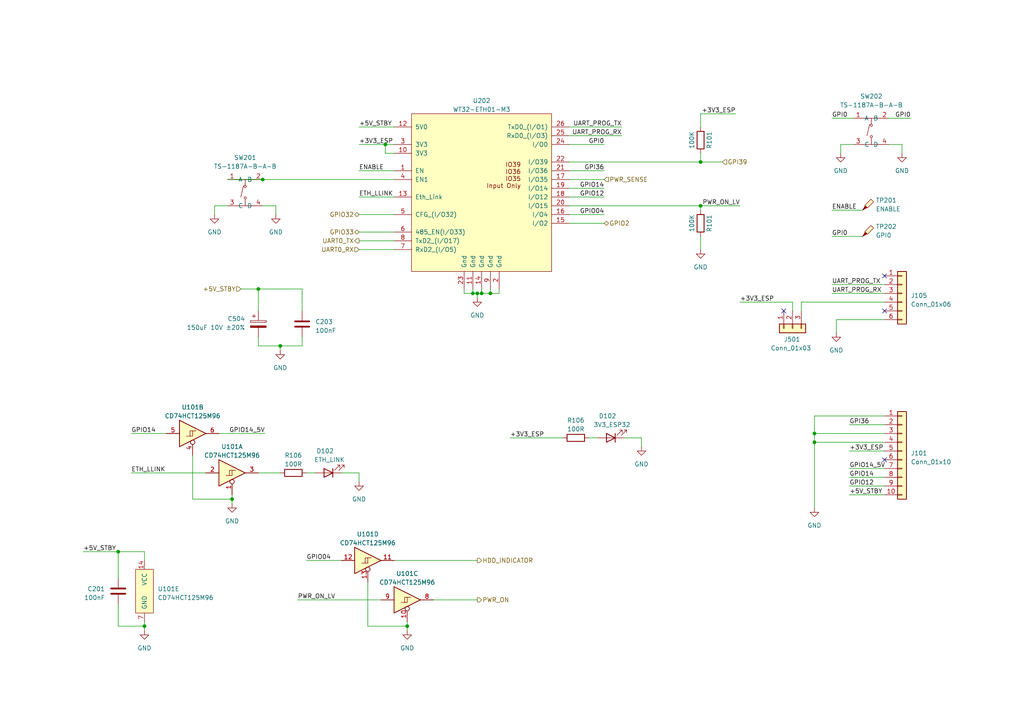
<source format=kicad_sch>
(kicad_sch (version 20230121) (generator eeschema)
  (paper "A4")
  (title_block (title "ODROID H3(+) mITX adapter") (date "2023-08-13") (rev "1.1.0"))
  (lib_symbols
    (symbol "Connector:TestPoint_Probe" (pin_numbers hide) (pin_names (offset 0.762) hide)
      (property "Reference" "TP" (at 1.651 5.842 0))
      (property "Value" "TestPoint_Probe" (at 1.651 4.064 0))
      (symbol "TestPoint_Probe_0_1"
        (polyline (pts (xy 1.27 0.762) (xy 0 0) (xy 0.762 1.27) (xy 1.27 0.762)) (fill (type outline)))
        (polyline (pts (xy 1.397 0.635) (xy 0.635 1.397) (xy 2.413 3.175) (xy 3.175 2.413) (xy 1.397 0.635)) (fill (type background)))
      )
      (symbol "TestPoint_Probe_1_1"
        (pin passive line (at 0 0 90) (length 0) (name "1") (number "1"))
      )
    )
    (symbol "Connector_Generic:Conn_01x06" (pin_names (offset 1.016) hide)
      (property "Reference" "J" (at 0 7.62 0))
      (property "Value" "Conn_01x06" (at 0 -10.16 0))
      (symbol "Conn_01x06_1_1"
        (rectangle (start -1.27 -7.493) (end 0 -7.747) (stroke (width 0.1524)))
        (rectangle (start -1.27 -4.953) (end 0 -5.207) (stroke (width 0.1524)))
        (rectangle (start -1.27 -2.413) (end 0 -2.667) (stroke (width 0.1524)))
        (rectangle (start -1.27 0.127) (end 0 -0.127) (stroke (width 0.1524)))
        (rectangle (start -1.27 2.667) (end 0 2.413) (stroke (width 0.1524)))
        (rectangle (start -1.27 5.207) (end 0 4.953) (stroke (width 0.1524)))
        (rectangle (start -1.27 6.35) (end 1.27 -8.89) (stroke (width 0.254)) (fill (type background)))
        (pin passive line (at -5.08 5.08 0) (length 3.81) (name "Pin_1") (number "1"))
        (pin passive line (at -5.08 2.54 0) (length 3.81) (name "Pin_2") (number "2"))
        (pin passive line (at -5.08 0 0) (length 3.81) (name "Pin_3") (number "3"))
        (pin passive line (at -5.08 -2.54 0) (length 3.81) (name "Pin_4") (number "4"))
        (pin passive line (at -5.08 -5.08 0) (length 3.81) (name "Pin_5") (number "5"))
        (pin passive line (at -5.08 -7.62 0) (length 3.81) (name "Pin_6") (number "6"))
      )
    )
    (symbol "Connector_Generic:Conn_01x10" (pin_names (offset 1.016) hide)
      (property "Reference" "J" (at 0 12.7 0))
      (property "Value" "Conn_01x10" (at 0 -15.24 0))
      (symbol "Conn_01x10_1_1"
        (rectangle (start -1.27 -12.573) (end 0 -12.827) (stroke (width 0.1524)))
        (rectangle (start -1.27 -10.033) (end 0 -10.287) (stroke (width 0.1524)))
        (rectangle (start -1.27 -7.493) (end 0 -7.747) (stroke (width 0.1524)))
        (rectangle (start -1.27 -4.953) (end 0 -5.207) (stroke (width 0.1524)))
        (rectangle (start -1.27 -2.413) (end 0 -2.667) (stroke (width 0.1524)))
        (rectangle (start -1.27 0.127) (end 0 -0.127) (stroke (width 0.1524)))
        (rectangle (start -1.27 2.667) (end 0 2.413) (stroke (width 0.1524)))
        (rectangle (start -1.27 5.207) (end 0 4.953) (stroke (width 0.1524)))
        (rectangle (start -1.27 7.747) (end 0 7.493) (stroke (width 0.1524)))
        (rectangle (start -1.27 10.287) (end 0 10.033) (stroke (width 0.1524)))
        (rectangle (start -1.27 11.43) (end 1.27 -13.97) (stroke (width 0.254)) (fill (type background)))
        (pin passive line (at -5.08 10.16 0) (length 3.81) (name "Pin_1") (number "1"))
        (pin passive line (at -5.08 -12.7 0) (length 3.81) (name "Pin_10") (number "10"))
        (pin passive line (at -5.08 7.62 0) (length 3.81) (name "Pin_2") (number "2"))
        (pin passive line (at -5.08 5.08 0) (length 3.81) (name "Pin_3") (number "3"))
        (pin passive line (at -5.08 2.54 0) (length 3.81) (name "Pin_4") (number "4"))
        (pin passive line (at -5.08 0 0) (length 3.81) (name "Pin_5") (number "5"))
        (pin passive line (at -5.08 -2.54 0) (length 3.81) (name "Pin_6") (number "6"))
        (pin passive line (at -5.08 -5.08 0) (length 3.81) (name "Pin_7") (number "7"))
        (pin passive line (at -5.08 -7.62 0) (length 3.81) (name "Pin_8") (number "8"))
        (pin passive line (at -5.08 -10.16 0) (length 3.81) (name "Pin_9") (number "9"))
      )
    )
    (symbol "Device:C" (pin_numbers hide) (pin_names (offset 0.254))
      (property "Reference" "C" (at 0.635 2.54 0))
      (property "Value" "C" (at 0.635 -2.54 0))
      (symbol "C_0_1"
        (polyline (pts (xy -2.032 -0.762) (xy 2.032 -0.762)) (stroke (width 0.508)))
        (polyline (pts (xy -2.032 0.762) (xy 2.032 0.762)) (stroke (width 0.508)))
      )
      (symbol "C_1_1"
        (pin passive line (at 0 3.81 270) (length 2.794) (name "~") (number "1"))
        (pin passive line (at 0 -3.81 90) (length 2.794) (name "~") (number "2"))
      )
    )
    (symbol "Device:C_Polarized" (pin_numbers hide) (pin_names (offset 0.254))
      (property "Reference" "C" (at 0.635 2.54 0))
      (property "Value" "C_Polarized" (at 0.635 -2.54 0))
      (symbol "C_Polarized_0_1"
        (rectangle (start -2.286 0.508) (end 2.286 1.016))
        (polyline (pts (xy -1.778 2.286) (xy -0.762 2.286)))
        (polyline (pts (xy -1.27 2.794) (xy -1.27 1.778)))
        (rectangle (start 2.286 -0.508) (end -2.286 -1.016) (fill (type outline)))
      )
      (symbol "C_Polarized_1_1"
        (pin passive line (at 0 3.81 270) (length 2.794) (name "~") (number "1"))
        (pin passive line (at 0 -3.81 90) (length 2.794) (name "~") (number "2"))
      )
    )
    (symbol "Device:LED" (pin_numbers hide) (pin_names (offset 1.016) hide)
      (property "Reference" "D" (at 0 2.54 0))
      (property "Value" "LED" (at 0 -2.54 0))
      (symbol "LED_0_1"
        (polyline (pts (xy -1.27 -1.27) (xy -1.27 1.27)) (stroke (width 0.254)))
        (polyline (pts (xy -1.27 0) (xy 1.27 0)))
        (polyline (pts (xy 1.27 -1.27) (xy 1.27 1.27) (xy -1.27 0) (xy 1.27 -1.27)) (stroke (width 0.254)))
        (polyline (pts (xy -3.048 -0.762) (xy -4.572 -2.286) (xy -3.81 -2.286) (xy -4.572 -2.286) (xy -4.572 -1.524)))
        (polyline (pts (xy -1.778 -0.762) (xy -3.302 -2.286) (xy -2.54 -2.286) (xy -3.302 -2.286) (xy -3.302 -1.524)))
      )
      (symbol "LED_1_1"
        (pin passive line (at -3.81 0 0) (length 2.54) (name "K") (number "1"))
        (pin passive line (at 3.81 0 180) (length 2.54) (name "A") (number "2"))
      )
    )
    (symbol "Device:R" (pin_numbers hide) (pin_names (offset 0))
      (property "Reference" "R" (at 2.032 0 90))
      (property "Value" "R" (at 0 0 90))
      (symbol "R_0_1"
        (rectangle (start -1.016 -2.54) (end 1.016 2.54) (stroke (width 0.254)))
      )
      (symbol "R_1_1"
        (pin passive line (at 0 3.81 270) (length 1.27) (name "~") (number "1"))
        (pin passive line (at 0 -3.81 90) (length 1.27) (name "~") (number "2"))
      )
    )
    (symbol "easyeda2kicad:TS-1187A-B-A-B"
      (property "Reference" "SW" (at 0 7.62 0))
      (property "Value" "TS-1187A-B-A-B" (at 0 -10.16 0))
      (symbol "TS-1187A-B-A-B_0_1"
        (circle (center 0 -2.79) (radius 0.32))
        (polyline (pts (xy -2.54 -5.08) (xy 2.54 -5.08)))
        (polyline (pts (xy -2.54 2.54) (xy 2.54 2.54)))
        (polyline (pts (xy -0.51 0.76) (xy -1.27 -2.54)))
        (polyline (pts (xy 0 -3.3) (xy 0 -5.08)))
        (polyline (pts (xy 0 0.76) (xy 0 2.54)))
        (circle (center 0 0.51) (radius 0.32))
        (pin unspecified line (at -5.08 2.54 0) (length 2.54) (name "A") (number "1"))
        (pin unspecified line (at 5.08 2.54 180) (length 2.54) (name "B") (number "2"))
        (pin unspecified line (at -5.08 -5.08 0) (length 2.54) (name "C") (number "3"))
        (pin unspecified line (at 5.08 -5.08 180) (length 2.54) (name "D") (number "4"))
      )
    )
    (symbol "odroid_h3_uitx_adapter:CD74HCT125M96" (pin_names (offset 1.016)) (in_bom no) (on_board no)
      (property "Reference" "U" (at 3.81 5.207 0))
      (property "Value" "CD74HCT125M96" (at 11.43 -3.683 0))
      (symbol "CD74HCT125M96_1_0"
        (polyline (pts (xy -3.81 3.81) (xy -3.81 -3.81) (xy 3.81 0) (xy -3.81 3.81)) (stroke (width 0.254)) (fill (type background)))
        (pin input inverted (at 0 -6.35 90) (length 4.445) (name "~") (number "1"))
        (pin input line (at -7.62 0 0) (length 3.81) (name "~") (number "2"))
        (pin tri_state line (at 7.62 0 180) (length 3.81) (name "~") (number "3"))
      )
      (symbol "CD74HCT125M96_1_1"
        (polyline (pts (xy 0 0.762) (xy 0 -0.762) (xy -1.778 -0.762)))
        (polyline (pts (xy 1.016 0.762) (xy -0.762 0.762) (xy -0.762 -0.762)))
      )
      (symbol "CD74HCT125M96_2_0"
        (polyline (pts (xy -3.81 3.81) (xy -3.81 -3.81) (xy 3.81 0) (xy -3.81 3.81)) (stroke (width 0.254)) (fill (type background)))
        (pin input inverted (at 0 -6.35 90) (length 4.445) (name "~") (number "4"))
        (pin input line (at -7.62 0 0) (length 3.81) (name "~") (number "5"))
        (pin tri_state line (at 7.62 0 180) (length 3.81) (name "~") (number "6"))
      )
      (symbol "CD74HCT125M96_2_1"
        (polyline (pts (xy 0 0.762) (xy 0 -0.762) (xy -1.778 -0.762)))
        (polyline (pts (xy 1.016 0.762) (xy -0.762 0.762) (xy -0.762 -0.762)))
      )
      (symbol "CD74HCT125M96_3_0"
        (polyline (pts (xy -3.81 3.81) (xy -3.81 -3.81) (xy 3.81 0) (xy -3.81 3.81)) (stroke (width 0.254)) (fill (type background)))
        (pin input inverted (at 0 -6.35 90) (length 4.445) (name "~") (number "10"))
        (pin tri_state line (at 7.62 0 180) (length 3.81) (name "~") (number "8"))
        (pin input line (at -7.62 0 0) (length 3.81) (name "~") (number "9"))
      )
      (symbol "CD74HCT125M96_3_1"
        (polyline (pts (xy 0 0.762) (xy 0 -0.762) (xy -1.778 -0.762)))
        (polyline (pts (xy 1.016 0.762) (xy -0.762 0.762) (xy -0.762 -0.762)))
      )
      (symbol "CD74HCT125M96_4_0"
        (polyline (pts (xy -3.81 3.81) (xy -3.81 -3.81) (xy 3.81 0) (xy -3.81 3.81)) (stroke (width 0.254)) (fill (type background)))
        (pin tri_state line (at 7.62 0 180) (length 3.81) (name "~") (number "11"))
        (pin input line (at -7.62 0 0) (length 3.81) (name "~") (number "12"))
        (pin input inverted (at 0 -6.35 90) (length 4.445) (name "~") (number "13"))
      )
      (symbol "CD74HCT125M96_4_1"
        (polyline (pts (xy 0 0.762) (xy 0 -0.762) (xy -1.778 -0.762)))
        (polyline (pts (xy 1.016 0.762) (xy -0.762 0.762) (xy -0.762 -0.762)))
      )
      (symbol "CD74HCT125M96_5_1"
        (rectangle (start -2.54 6.35) (end 2.54 -6.35) (stroke (width 0.1524)) (fill (type background)))
        (pin input line (at 0 8.89 270) (length 2.54) (name "VCC") (number "14"))
        (pin input line (at 0 -8.89 90) (length 2.54) (name "GND") (number "7"))
      )
    )
    (symbol "odroid_h3_uitx_adapter:Conn_01x03" (pin_names (offset 1.016) hide)
      (property "Reference" "J" (at 0 5.08 0))
      (property "Value" "Conn_01x03" (at 0 -5.08 0))
      (property "LCSC" "C358685" (at 0 -10.16 0))
      (symbol "Conn_01x03_1_1"
        (rectangle (start -1.27 -2.413) (end 0 -2.667) (stroke (width 0.1524)))
        (rectangle (start -1.27 0.127) (end 0 -0.127) (stroke (width 0.1524)))
        (rectangle (start -1.27 2.667) (end 0 2.413) (stroke (width 0.1524)))
        (rectangle (start -1.27 3.81) (end 1.27 -3.81) (stroke (width 0.254)) (fill (type background)))
        (pin passive line (at -5.08 2.54 0) (length 3.81) (name "Pin_1") (number "1"))
        (pin passive line (at -5.08 0 0) (length 3.81) (name "Pin_2") (number "2"))
        (pin passive line (at -5.08 -2.54 0) (length 3.81) (name "Pin_3") (number "3"))
      )
    )
    (symbol "odroid_h3_uitx_adapter:WT32-ETH01-M3" (pin_names (offset 1.016))
      (property "Reference" "U" (at -19.05 36.83 0))
      (property "Value" "WT32-ETH01-M3" (at 0 34.29 0))
      (symbol "WT32-ETH01-M3_1_1"
        (rectangle (start -20.32 35.56) (end 20.32 -10.16) (stroke (width 0.1524)) (fill (type background)))
        (text "IO39\nIO36\nIO35\nInput Only" (at 11.43 17.78 0) (effects (font (size 1.27 1.27)) (justify right)))
        (pin input line (at -25.4 19.05 0) (length 5.08) (name "EN") (number "1"))
        (pin power_in line (at -25.4 24.13 0) (length 5.08) (name "3V3") (number "10"))
        (pin power_in line (at -2.54 -15.24 90) (length 5.08) (name "Gnd") (number "11"))
        (pin power_in line (at -25.4 31.75 0) (length 5.08) (name "5V0") (number "12"))
        (pin output line (at -25.4 11.43 0) (length 5.08) (name "Eth_Link") (number "13"))
        (pin power_in line (at 0 -15.24 90) (length 5.08) (name "Gnd") (number "14"))
        (pin bidirectional line (at 25.4 3.81 180) (length 5.08) (name "I/O2") (number "15"))
        (pin bidirectional line (at 25.4 6.35 180) (length 5.08) (name "I/O4") (number "16"))
        (pin input line (at 25.4 16.51 180) (length 5.08) (name "I/O35") (number "17"))
        (pin bidirectional line (at 25.4 11.43 180) (length 5.08) (name "I/O12") (number "18"))
        (pin bidirectional line (at 25.4 13.97 180) (length 5.08) (name "I/O14") (number "19"))
        (pin power_in line (at 5.08 -15.24 90) (length 5.08) (name "Gnd") (number "2"))
        (pin bidirectional line (at 25.4 8.89 180) (length 5.08) (name "I/O15") (number "20"))
        (pin input line (at 25.4 19.05 180) (length 5.08) (name "I/O36") (number "21"))
        (pin input line (at 25.4 21.59 180) (length 5.08) (name "I/O39") (number "22"))
        (pin power_in line (at -5.08 -15.24 90) (length 5.08) (name "Gnd") (number "23"))
        (pin input line (at 25.4 26.67 180) (length 5.08) (name "I/O0") (number "24"))
        (pin input line (at 25.4 29.21 180) (length 5.08) (name "RxD0_(I/O3)") (number "25"))
        (pin input line (at 25.4 31.75 180) (length 5.08) (name "TxD0_(I/O1)") (number "26"))
        (pin power_in line (at -25.4 26.67 0) (length 5.08) (name "3V3") (number "3"))
        (pin input line (at -25.4 16.51 0) (length 5.08) (name "EN1") (number "4"))
        (pin bidirectional line (at -25.4 6.35 0) (length 5.08) (name "CFG_(I/O32)") (number "5"))
        (pin bidirectional line (at -25.4 1.27 0) (length 5.08) (name "485_EN(I/O33)") (number "6"))
        (pin bidirectional line (at -25.4 -3.81 0) (length 5.08) (name "RxD2_(I/O5)") (number "7"))
        (pin bidirectional line (at -25.4 -1.27 0) (length 5.08) (name "TxD2_(I/O17)") (number "8"))
        (pin power_in line (at 2.54 -15.24 90) (length 5.08) (name "Gnd") (number "9"))
      )
    )
    (symbol "power:GND" (power) (pin_names (offset 0))
      (property "Value" "GND" (at 0 -3.81 0))
      (symbol "GND_0_1"
        (polyline (pts (xy 0 0) (xy 0 -1.27) (xy 1.27 -1.27) (xy 0 -2.54) (xy -1.27 -1.27) (xy 0 -1.27)))
      )
      (symbol "GND_1_1"
        (pin power_in line (at 0 0 270) (length 0) hide (name "GND") (number "1"))
      )
    )
  )
  (junction (at 203.2 46.99))
  (junction (at 236.22 128.27))
  (junction (at 74.93 83.82))
  (junction (at 139.7 85.09))
  (junction (at 118.11 181.61))
  (junction (at 67.31 144.78))
  (junction (at 34.29 160.02))
  (junction (at 76.2 52.07))
  (junction (at 236.22 125.73))
  (junction (at 203.2 59.69))
  (junction (at 111.76 41.91))
  (junction (at 41.91 181.61))
  (junction (at 142.24 85.09))
  (junction (at 138.43 85.09))
  (junction (at 137.16 85.09))
  (junction (at 81.28 100.33))
  (no_connect (at 227.33 90.17))
  (no_connect (at 256.54 90.17))
  (no_connect (at 256.54 133.35))
  (no_connect (at 256.54 80.01))
  (wire (pts (xy 256.54 140.97) (xy 246.38 140.97)))
  (wire (pts (xy 241.3 60.96) (xy 250.19 60.96)))
  (wire (pts (xy 203.2 60.96) (xy 203.2 59.69)))
  (wire (pts (xy 66.04 59.69) (xy 62.23 59.69)))
  (wire (pts (xy 76.2 52.07) (xy 114.3 52.07)))
  (wire (pts (xy 34.29 160.02) (xy 34.29 167.64)))
  (wire (pts (xy 142.24 85.09) (xy 139.7 85.09)))
  (wire (pts (xy 173.355 127) (xy 170.815 127)))
  (wire (pts (xy 175.26 49.53) (xy 165.1 49.53)))
  (wire (pts (xy 67.31 144.78) (xy 67.31 146.05)))
  (wire (pts (xy 114.3 162.56) (xy 138.43 162.56)))
  (wire (pts (xy 246.38 130.81) (xy 256.54 130.81)))
  (wire (pts (xy 134.62 83.82) (xy 134.62 85.09)))
  (wire (pts (xy 76.2 59.69) (xy 80.01 59.69)))
  (wire (pts (xy 165.1 59.69) (xy 203.2 59.69)))
  (wire (pts (xy 38.1 137.16) (xy 59.69 137.16)))
  (wire (pts (xy 264.16 34.29) (xy 257.81 34.29)))
  (wire (pts (xy 81.28 100.33) (xy 87.63 100.33)))
  (wire (pts (xy 74.93 97.79) (xy 74.93 100.33)))
  (wire (pts (xy 69.85 83.82) (xy 74.93 83.82)))
  (wire (pts (xy 81.28 100.33) (xy 81.28 101.6)))
  (wire (pts (xy 104.14 57.15) (xy 114.3 57.15)))
  (wire (pts (xy 34.29 181.61) (xy 41.91 181.61)))
  (wire (pts (xy 165.1 36.83) (xy 180.34 36.83)))
  (wire (pts (xy 104.14 62.23) (xy 114.3 62.23)))
  (wire (pts (xy 41.91 181.61) (xy 41.91 182.88)))
  (wire (pts (xy 144.78 85.09) (xy 142.24 85.09)))
  (wire (pts (xy 246.38 143.51) (xy 256.54 143.51)))
  (wire (pts (xy 114.3 44.45) (xy 111.76 44.45)))
  (wire (pts (xy 236.22 120.65) (xy 256.54 120.65)))
  (wire (pts (xy 104.14 41.91) (xy 111.76 41.91)))
  (wire (pts (xy 214.63 87.63) (xy 229.87 87.63)))
  (wire (pts (xy 106.68 181.61) (xy 118.11 181.61)))
  (wire (pts (xy 142.24 83.82) (xy 142.24 85.09)))
  (wire (pts (xy 104.14 67.31) (xy 114.3 67.31)))
  (wire (pts (xy 175.26 52.07) (xy 165.1 52.07)))
  (wire (pts (xy 246.38 135.89) (xy 256.54 135.89)))
  (wire (pts (xy 144.78 83.82) (xy 144.78 85.09)))
  (wire (pts (xy 236.22 125.73) (xy 236.22 128.27)))
  (wire (pts (xy 165.1 46.99) (xy 203.2 46.99)))
  (wire (pts (xy 241.3 34.29) (xy 247.65 34.29)))
  (wire (pts (xy 186.055 127) (xy 186.055 129.54)))
  (wire (pts (xy 175.26 54.61) (xy 165.1 54.61)))
  (wire (pts (xy 175.26 64.77) (xy 165.1 64.77)))
  (wire (pts (xy 80.01 59.69) (xy 80.01 62.23)))
  (wire (pts (xy 139.7 85.09) (xy 139.7 83.82)))
  (wire (pts (xy 34.29 175.26) (xy 34.29 181.61)))
  (wire (pts (xy 118.11 181.61) (xy 118.11 182.88)))
  (wire (pts (xy 203.2 46.99) (xy 209.55 46.99)))
  (wire (pts (xy 24.13 160.02) (xy 34.29 160.02)))
  (wire (pts (xy 104.14 49.53) (xy 114.3 49.53)))
  (wire (pts (xy 165.1 39.37) (xy 180.34 39.37)))
  (wire (pts (xy 41.91 162.56) (xy 41.91 160.02)))
  (wire (pts (xy 76.835 125.73) (xy 63.5 125.73)))
  (wire (pts (xy 137.16 85.09) (xy 138.43 85.09)))
  (wire (pts (xy 203.2 59.69) (xy 214.63 59.69)))
  (wire (pts (xy 241.3 68.58) (xy 250.19 68.58)))
  (wire (pts (xy 86.36 173.99) (xy 110.49 173.99)))
  (wire (pts (xy 243.84 41.91) (xy 243.84 44.45)))
  (wire (pts (xy 175.26 57.15) (xy 165.1 57.15)))
  (wire (pts (xy 203.2 68.58) (xy 203.2 72.39)))
  (wire (pts (xy 247.65 41.91) (xy 243.84 41.91)))
  (wire (pts (xy 118.11 180.34) (xy 118.11 181.61)))
  (wire (pts (xy 74.93 137.16) (xy 81.28 137.16)))
  (wire (pts (xy 55.88 144.78) (xy 67.31 144.78)))
  (wire (pts (xy 138.43 85.09) (xy 138.43 86.36)))
  (wire (pts (xy 104.14 137.16) (xy 104.14 139.7)))
  (wire (pts (xy 232.41 87.63) (xy 256.54 87.63)))
  (wire (pts (xy 241.3 82.55) (xy 256.54 82.55)))
  (wire (pts (xy 106.68 168.91) (xy 106.68 181.61)))
  (wire (pts (xy 261.62 41.91) (xy 261.62 44.45)))
  (wire (pts (xy 203.2 33.02) (xy 203.2 36.83)))
  (wire (pts (xy 114.3 69.85) (xy 104.14 69.85)))
  (wire (pts (xy 134.62 85.09) (xy 137.16 85.09)))
  (wire (pts (xy 67.31 143.51) (xy 67.31 144.78)))
  (wire (pts (xy 257.81 41.91) (xy 261.62 41.91)))
  (wire (pts (xy 175.26 62.23) (xy 165.1 62.23)))
  (wire (pts (xy 137.16 83.82) (xy 137.16 85.09)))
  (wire (pts (xy 241.3 85.09) (xy 256.54 85.09)))
  (wire (pts (xy 88.9 162.56) (xy 99.06 162.56)))
  (wire (pts (xy 236.22 128.27) (xy 256.54 128.27)))
  (wire (pts (xy 180.975 127) (xy 186.055 127)))
  (wire (pts (xy 138.43 173.99) (xy 125.73 173.99)))
  (wire (pts (xy 236.22 128.27) (xy 236.22 147.32)))
  (wire (pts (xy 229.87 87.63) (xy 229.87 90.17)))
  (wire (pts (xy 175.26 41.91) (xy 165.1 41.91)))
  (wire (pts (xy 66.04 52.07) (xy 76.2 52.07)))
  (wire (pts (xy 34.29 160.02) (xy 41.91 160.02)))
  (wire (pts (xy 99.06 137.16) (xy 104.14 137.16)))
  (wire (pts (xy 242.57 92.71) (xy 256.54 92.71)))
  (wire (pts (xy 104.14 72.39) (xy 114.3 72.39)))
  (wire (pts (xy 111.76 41.91) (xy 114.3 41.91)))
  (wire (pts (xy 87.63 90.17) (xy 87.63 83.82)))
  (wire (pts (xy 203.2 33.02) (xy 213.36 33.02)))
  (wire (pts (xy 87.63 100.33) (xy 87.63 97.79)))
  (wire (pts (xy 87.63 83.82) (xy 74.93 83.82)))
  (wire (pts (xy 246.38 123.19) (xy 256.54 123.19)))
  (wire (pts (xy 232.41 90.17) (xy 232.41 87.63)))
  (wire (pts (xy 203.2 44.45) (xy 203.2 46.99)))
  (wire (pts (xy 104.14 36.83) (xy 114.3 36.83)))
  (wire (pts (xy 256.54 138.43) (xy 246.38 138.43)))
  (wire (pts (xy 256.54 125.73) (xy 236.22 125.73)))
  (wire (pts (xy 74.93 83.82) (xy 74.93 90.17)))
  (wire (pts (xy 91.44 137.16) (xy 88.9 137.16)))
  (wire (pts (xy 242.57 92.71) (xy 242.57 96.52)))
  (wire (pts (xy 138.43 85.09) (xy 139.7 85.09)))
  (wire (pts (xy 48.26 125.73) (xy 38.1 125.73)))
  (wire (pts (xy 74.93 100.33) (xy 81.28 100.33)))
  (wire (pts (xy 41.91 180.34) (xy 41.91 181.61)))
  (wire (pts (xy 55.88 132.08) (xy 55.88 144.78)))
  (wire (pts (xy 147.955 127) (xy 163.195 127)))
  (wire (pts (xy 236.22 120.65) (xy 236.22 125.73)))
  (wire (pts (xy 111.76 44.45) (xy 111.76 41.91)))
  (wire (pts (xy 62.23 59.69) (xy 62.23 62.23)))
  (label "GPIO14" (at 38.1 125.73 0))
  (label "GPIO14" (at 246.38 138.43 0))
  (label "ETH_LLINK" (at 104.14 57.15 0))
  (label "UART_PROG_RX" (at 180.34 39.37 180))
  (label "GPI0" (at 241.3 68.58 0))
  (label "UART_PROG_RX" (at 241.3 85.09 0))
  (label "+3V3_ESP" (at 213.36 33.02 180))
  (label "+3V3_ESP" (at 147.955 127 0))
  (label "GPIO14" (at 175.26 54.61 180))
  (label "+5V_STBY" (at 24.13 160.02 0))
  (label "GPIO12" (at 246.38 140.97 0))
  (label "ETH_LLINK" (at 38.1 137.16 0))
  (label "GPI0" (at 264.16 34.29 180))
  (label "+3V3_ESP" (at 214.63 87.63 0))
  (label "UART_PROG_TX" (at 180.34 36.83 180))
  (label "PWR_ON_LV" (at 214.63 59.69 180))
  (label "GPI0" (at 241.3 34.29 0))
  (label "ENABLE" (at 241.3 60.96 0))
  (label "GPI0" (at 175.26 41.91 180))
  (label "+5V_STBY" (at 104.14 36.83 0))
  (label "GPIO04" (at 175.26 62.23 180))
  (label "GPIO12" (at 175.26 57.15 180))
  (label "GPI36" (at 246.38 123.19 0))
  (label "GPI36" (at 175.26 49.53 180))
  (label "+5V_STBY" (at 246.38 143.51 0))
  (label "UART_PROG_TX" (at 241.3 82.55 0))
  (label "GPIO14_5V" (at 246.38 135.89 0))
  (label "GPIO14_5V" (at 76.835 125.73 180))
  (label "+3V3_ESP" (at 104.14 41.91 0))
  (label "GPIO04" (at 88.9 162.56 0))
  (label "ENABLE" (at 104.14 49.53 0))
  (label "+3V3_ESP" (at 246.38 130.81 0))
  (label "PWR_ON_LV" (at 86.36 173.99 0))
  (hierarchical_label "HDD_INDICATOR" (shape output) (at 138.43 162.56 0))
  (hierarchical_label "+5V_STBY" (shape input) (at 69.85 83.82 180))
  (hierarchical_label "UART0_TX" (shape output) (at 104.14 69.85 180))
  (hierarchical_label "GPI39" (shape input) (at 209.55 46.99 0))
  (hierarchical_label "GPIO32" (shape bidirectional) (at 104.14 62.23 180))
  (hierarchical_label "UART0_RX" (shape input) (at 104.14 72.39 180))
  (hierarchical_label "GPIO33" (shape bidirectional) (at 104.14 67.31 180))
  (hierarchical_label "PWR_ON" (shape output) (at 138.43 173.99 0))
  (hierarchical_label "PWR_SENSE" (shape input) (at 175.26 52.07 0))
  (hierarchical_label "GPIO2" (shape bidirectional) (at 175.26 64.77 0))
  (symbol (lib_id "Device:C") (at 87.63 93.98 0) (unit 1)
    (property "Reference" "C203" (at 91.44 93.345 0) (effects (justify left)))
    (property "Value" "100nF" (at 91.44 95.885 0) (effects (justify left)))
    (property "Footprint" "Capacitor_SMD:C_0402_1005Metric" (effects hide))
    (property "LCSC" "C307331" (effects hide))
  )
  (symbol (lib_id "odroid_h3_uitx_adapter:CD74HCT125M96") (at 118.11 173.99 0) (unit 3) (in_bom no)
    (property "Reference" "U101" (at 118.11 166.37 0))
    (property "Value" "CD74HCT125M96" (at 118.11 168.91 0))
    (property "Footprint" "Package_SO:SOIC-14_3.9x8.7mm_P1.27mm" (effects hide))
    (property "Datasheet" "http://www.szlcsc.com/product/details_145104.html" (effects hide))
    (property "LCSC" "C133797" (effects hide))
    (instances (project "main" (path "" (reference "U101") (unit 3)) (path "" (reference "U201") (unit 3)) (path "" (reference "U401") (unit 3))))
  )
  (symbol (lib_id "easyeda2kicad:TS-1187A-B-A-B") (at 252.73 36.83 0) (unit 1)
    (property "Reference" "SW202" (at 252.73 27.94 0))
    (property "Value" "TS-1187A-B-A-B" (at 252.73 30.48 0))
    (property "Footprint" "easyeda2kicad:SW-SMD_4P-L5.1-W5.1-P3.70-LS6.5-TL-2" (effects hide))
    (property "Datasheet" "https://lcsc.com/product-detail/Tactile-Switches_XKB-Enterprise-TS-1187-B-A-A_C318884.html" (effects hide))
    (property "LCSC" "C318884" (effects hide))
  )
  (symbol (lib_id "power:GND") (at 138.43 86.36 0) (unit 1)
    (property "Reference" "#PWR0105" (effects hide))
    (property "Value" "GND" (at 138.43 91.44 0))
    (instances (project "main" (path "" (reference "#PWR0105") (unit 1)) (path "" (reference "#PWR0209") (unit 1)) (path "" (reference "#PWR0406") (unit 1))))
  )
  (symbol (lib_id "power:GND") (at 236.22 147.32 0) (unit 1)
    (property "Reference" "#PWR0103" (effects hide))
    (property "Value" "GND" (at 236.22 152.4 0))
    (instances (project "main" (path "" (reference "#PWR0103") (unit 1)) (path "" (reference "#PWR0216") (unit 1)) (path "" (reference "#PWR0408") (unit 1))))
  )
  (symbol (lib_id "power:GND") (at 261.62 44.45 0) (unit 1)
    (property "Reference" "#PWR0105" (effects hide))
    (property "Value" "GND" (at 261.62 49.53 0))
    (instances (project "main" (path "" (reference "#PWR0105") (unit 1)) (path "" (reference "#PWR0219") (unit 1)) (path "" (reference "#PWR0406") (unit 1))))
  )
  (symbol (lib_id "odroid_h3_uitx_adapter:CD74HCT125M96") (at 55.88 125.73 0) (unit 2) (in_bom no)
    (property "Reference" "U101" (at 55.88 118.11 0))
    (property "Value" "CD74HCT125M96" (at 55.88 120.65 0))
    (property "Footprint" "Package_SO:SOIC-14_3.9x8.7mm_P1.27mm" (effects hide))
    (property "Datasheet" "http://www.szlcsc.com/product/details_145104.html" (effects hide))
    (property "LCSC" "C133797" (effects hide))
    (instances (project "main" (path "" (reference "U101") (unit 2)) (path "" (reference "U201") (unit 2)) (path "" (reference "U401") (unit 2))))
  )
  (symbol (lib_id "power:GND") (at 67.31 146.05 0) (unit 1)
    (property "Reference" "#PWR0108" (effects hide))
    (property "Value" "GND" (at 67.31 151.13 0))
    (instances (project "main" (path "" (reference "#PWR0108") (unit 1)) (path "" (reference "#PWR0204") (unit 1)) (path "" (reference "#PWR0402") (unit 1))))
  )
  (symbol (lib_id "easyeda2kicad:TS-1187A-B-A-B") (at 71.12 54.61 0) (unit 1)
    (property "Reference" "SW201" (at 71.12 45.72 0))
    (property "Value" "TS-1187A-B-A-B" (at 71.12 48.26 0))
    (property "Footprint" "easyeda2kicad:SW-SMD_4P-L5.1-W5.1-P3.70-LS6.5-TL-2" (effects hide))
    (property "Datasheet" "https://lcsc.com/product-detail/Tactile-Switches_XKB-Enterprise-TS-1187-B-A-A_C318884.html" (effects hide))
    (property "LCSC" "C318884" (effects hide))
  )
  (symbol (lib_id "odroid_h3_uitx_adapter:WT32-ETH01-M3") (at 139.7 68.58 0) (unit 1)
    (property "Reference" "U202" (at 139.7 29.21 0))
    (property "Value" "WT32-ETH01-M3" (at 139.7 31.75 0))
    (property "Footprint" "odroid_h3_uitx_adapter:WT32-ETH01" (effects hide))
  )
  (symbol (lib_id "Device:R") (at 85.09 137.16 90) (unit 1)
    (property "Reference" "R106" (at 85.09 132.08 90))
    (property "Value" "100R" (at 85.09 134.62 90))
    (property "Footprint" "Resistor_SMD:R_0402_1005Metric" (effects hide))
    (property "LCSC" "C25076" (effects hide))
    (instances (project "main" (path "" (reference "R106") (unit 1)) (path "" (reference "R302") (unit 1)) (path "" (reference "R205") (unit 1))))
  )
  (symbol (lib_id "power:GND") (at 242.57 96.52 0) (unit 1)
    (property "Reference" "#PWR0111" (effects hide))
    (property "Value" "GND" (at 242.57 101.6 0))
    (instances (project "main" (path "" (reference "#PWR0111") (unit 1)) (path "" (reference "#PWR0217") (unit 1)) (path "" (reference "#PWR0407") (unit 1))))
  )
  (symbol (lib_id "Device:LED") (at 95.25 137.16 180) (unit 1)
    (property "Reference" "D102" (at 94.2975 130.81 0))
    (property "Value" "ETH_LINK" (at 95.5675 133.35 0))
    (property "Footprint" "LED_SMD:LED_0603_1608Metric" (effects hide))
    (property "Datasheet" "https://datasheet.lcsc.com/lcsc/1810201530_BrtLed-Bright-LED-Elec-BL-HKC36G-AV-TRB_C165981.pdf" (effects hide))
    (property "LCSC" "C165981" (effects hide))
    (instances (project "main" (path "" (reference "D102") (unit 1)) (path "" (reference "D302") (unit 1)) (path "" (reference "D203") (unit 1))))
  )
  (symbol (lib_id "odroid_h3_uitx_adapter:Conn_01x03") (at 229.87 95.25 90) (mirror x) (unit 1)
    (property "Reference" "J501" (at 227.33 98.425 90) (effects (justify right)))
    (property "Value" "Conn_01x03" (at 223.52 100.965 90) (effects (justify right)))
    (property "Footprint" "odroid_h3_uitx_adapter:PinHeader_1x03_P2.54mm_Vertical" (effects hide))
    (property "LCSC" "C358685" (effects hide))
    (instances (project "main" (path "" (reference "J501") (unit 1)) (path "" (reference "J601") (unit 1)) (path "" (reference "J701") (unit 1)) (path "" (reference "J201") (unit 1))))
  )
  (symbol (lib_id "Device:R") (at 167.005 127 90) (unit 1)
    (property "Reference" "R106" (at 167.005 121.92 90))
    (property "Value" "100R" (at 167.005 124.46 90))
    (property "Footprint" "Resistor_SMD:R_0402_1005Metric" (effects hide))
    (property "LCSC" "C25076" (effects hide))
    (instances (project "main" (path "" (reference "R106") (unit 1)) (path "" (reference "R302") (unit 1)) (path "" (reference "R201") (unit 1))))
  )
  (symbol (lib_id "Device:R") (at 203.2 40.64 0) (mirror y) (unit 1)
    (property "Reference" "R101" (at 205.74 40.64 90))
    (property "Value" "100K" (at 200.66 40.64 90))
    (property "Footprint" "Resistor_SMD:R_0402_1005Metric" (effects hide))
    (property "LCSC" "C25086" (effects hide))
    (instances (project "main" (path "" (reference "R101") (unit 1)) (path "" (reference "R202") (unit 1))))
  )
  (symbol (lib_id "Device:C") (at 34.29 171.45 0) (mirror y) (unit 1)
    (property "Reference" "C201" (at 30.48 170.815 0) (effects (justify left)))
    (property "Value" "100nF" (at 30.48 173.355 0) (effects (justify left)))
    (property "Footprint" "Capacitor_SMD:C_0402_1005Metric" (effects hide))
    (property "LCSC" "C307331" (effects hide))
  )
  (symbol (lib_id "Connector_Generic:Conn_01x10") (at 261.62 130.81 0) (unit 1)
    (property "Reference" "J101" (at 264.16 131.445 0) (effects (justify left)))
    (property "Value" "Conn_01x10" (at 264.16 133.985 0) (effects (justify left)))
    (property "Footprint" "Connector_PinHeader_2.54mm:PinHeader_1x10_P2.54mm_Vertical" (effects hide))
    (property "LCSC" "C706882" (effects hide))
    (instances (project "main" (path "" (reference "J101") (unit 1)) (path "" (reference "J203") (unit 1)) (path "" (reference "J402") (unit 1))))
  )
  (symbol (lib_id "power:GND") (at 81.28 101.6 0) (unit 1)
    (property "Reference" "#PWR0108" (effects hide))
    (property "Value" "GND" (at 81.28 106.68 0))
    (instances (project "main" (path "" (reference "#PWR0108") (unit 1)) (path "" (reference "#PWR0206") (unit 1)) (path "" (reference "#PWR0402") (unit 1))))
  )
  (symbol (lib_id "Connector:TestPoint_Probe") (at 250.19 60.96 0) (unit 1)
    (property "Reference" "TP201" (at 254 58.1025 0) (effects (justify left)))
    (property "Value" "ENABLE" (at 254 60.6425 0) (effects (justify left)))
    (property "Footprint" "TestPoint:TestPoint_Pad_D2.0mm" (effects hide))
  )
  (symbol (lib_id "odroid_h3_uitx_adapter:CD74HCT125M96") (at 106.68 162.56 0) (unit 4) (in_bom no)
    (property "Reference" "U101" (at 106.68 154.94 0))
    (property "Value" "CD74HCT125M96" (at 106.68 157.48 0))
    (property "Footprint" "Package_SO:SOIC-14_3.9x8.7mm_P1.27mm" (effects hide))
    (property "Datasheet" "http://www.szlcsc.com/product/details_145104.html" (effects hide))
    (property "LCSC" "C133797" (effects hide))
    (instances (project "main" (path "" (reference "U101") (unit 4)) (path "" (reference "U201") (unit 4)) (path "" (reference "U401") (unit 4))))
  )
  (symbol (lib_id "odroid_h3_uitx_adapter:CD74HCT125M96") (at 41.91 171.45 0) (unit 5) (in_bom no)
    (property "Reference" "U101" (at 45.72 170.815 0) (effects (justify left)))
    (property "Value" "CD74HCT125M96" (at 45.72 173.355 0) (effects (justify left)))
    (property "Footprint" "Package_SO:SOIC-14_3.9x8.7mm_P1.27mm" (effects hide))
    (property "Datasheet" "http://www.szlcsc.com/product/details_145104.html" (effects hide))
    (property "LCSC" "C133797" (effects hide))
    (instances (project "main" (path "" (reference "U101") (unit 5)) (path "" (reference "U201") (unit 5)) (path "" (reference "U401") (unit 5))))
  )
  (symbol (lib_id "power:GND") (at 104.14 139.7 0) (mirror y) (unit 1)
    (property "Reference" "#PWR0105" (effects hide))
    (property "Value" "GND" (at 104.14 144.78 0))
    (instances (project "main" (path "" (reference "#PWR0105") (unit 1)) (path "" (reference "#PWR0210") (unit 1)) (path "" (reference "#PWR0406") (unit 1))))
  )
  (symbol (lib_id "power:GND") (at 41.91 182.88 0) (unit 1)
    (property "Reference" "#PWR0101" (effects hide))
    (property "Value" "GND" (at 41.91 187.96 0))
    (instances (project "main" (path "" (reference "#PWR0101") (unit 1)) (path "" (reference "#PWR0201") (unit 1)) (path "" (reference "#PWR0401") (unit 1))))
  )
  (symbol (lib_id "Device:R") (at 203.2 64.77 0) (mirror y) (unit 1)
    (property "Reference" "R101" (at 205.74 64.77 90))
    (property "Value" "100K" (at 200.66 64.77 90))
    (property "Footprint" "Resistor_SMD:R_0402_1005Metric" (effects hide))
    (property "LCSC" "C25086" (effects hide))
    (instances (project "main" (path "" (reference "R101") (unit 1)) (path "" (reference "R203") (unit 1))))
  )
  (symbol (lib_id "power:GND") (at 62.23 62.23 0) (mirror y) (unit 1)
    (property "Reference" "#PWR0105" (effects hide))
    (property "Value" "GND" (at 62.23 67.31 0))
    (instances (project "main" (path "" (reference "#PWR0105") (unit 1)) (path "" (reference "#PWR0202") (unit 1)) (path "" (reference "#PWR0406") (unit 1))))
  )
  (symbol (lib_id "Device:LED") (at 177.165 127 180) (unit 1)
    (property "Reference" "D102" (at 176.2125 120.65 0))
    (property "Value" "3V3_ESP32" (at 177.4825 123.19 0))
    (property "Footprint" "LED_SMD:LED_0603_1608Metric" (effects hide))
    (property "Datasheet" "https://datasheet.lcsc.com/lcsc/1810201530_BrtLed-Bright-LED-Elec-BL-HKC36G-AV-TRB_C165981.pdf" (effects hide))
    (property "LCSC" "C165981" (effects hide))
    (instances (project "main" (path "" (reference "D102") (unit 1)) (path "" (reference "D302") (unit 1)) (path "" (reference "D201") (unit 1))))
  )
  (symbol (lib_id "Connector:TestPoint_Probe") (at 250.19 68.58 0) (unit 1)
    (property "Reference" "TP202" (at 254 65.7225 0) (effects (justify left)))
    (property "Value" "GPI0" (at 254 68.2625 0) (effects (justify left)))
    (property "Footprint" "TestPoint:TestPoint_Pad_D2.0mm" (effects hide))
  )
  (symbol (lib_id "power:GND") (at 186.055 129.54 0) (mirror y) (unit 1)
    (property "Reference" "#PWR0105" (effects hide))
    (property "Value" "GND" (at 186.055 134.62 0))
    (instances (project "main" (path "" (reference "#PWR0105") (unit 1)) (path "" (reference "#PWR0203") (unit 1)) (path "" (reference "#PWR0406") (unit 1))))
  )
  (symbol (lib_id "Connector_Generic:Conn_01x06") (at 261.62 85.09 0) (unit 1)
    (property "Reference" "J105" (at 264.16 85.725 0) (effects (justify left)))
    (property "Value" "Conn_01x06" (at 264.16 88.265 0) (effects (justify left)))
    (property "Footprint" "Connector_PinHeader_2.54mm:PinHeader_1x06_P2.54mm_Vertical" (effects hide))
    (property "LCSC" "C2761399" (effects hide))
    (instances (project "main" (path "" (reference "J105") (unit 1)) (path "" (reference "J202") (unit 1)) (path "" (reference "J401") (unit 1))))
  )
  (symbol (lib_id "power:GND") (at 243.84 44.45 0) (mirror y) (unit 1)
    (property "Reference" "#PWR0105" (effects hide))
    (property "Value" "GND" (at 243.84 49.53 0))
    (instances (project "main" (path "" (reference "#PWR0105") (unit 1)) (path "" (reference "#PWR0218") (unit 1)) (path "" (reference "#PWR0406") (unit 1))))
  )
  (symbol (lib_id "power:GND") (at 203.2 72.39 0) (unit 1)
    (property "Reference" "#PWR0105" (effects hide))
    (property "Value" "GND" (at 203.2 77.47 0))
    (instances (project "main" (path "" (reference "#PWR0105") (unit 1)) (path "" (reference "#PWR0215") (unit 1)) (path "" (reference "#PWR0406") (unit 1))))
  )
  (symbol (lib_id "odroid_h3_uitx_adapter:CD74HCT125M96") (at 67.31 137.16 0) (unit 1) (in_bom no)
    (property "Reference" "U101" (at 67.31 129.54 0))
    (property "Value" "CD74HCT125M96" (at 67.31 132.08 0))
    (property "Footprint" "Package_SO:SOIC-14_3.9x8.7mm_P1.27mm" (effects hide))
    (property "Datasheet" "http://www.szlcsc.com/product/details_145104.html" (effects hide))
    (property "LCSC" "C133797" (effects hide))
    (instances (project "main" (path "" (reference "U101") (unit 1)) (path "" (reference "U201") (unit 1)) (path "" (reference "U401") (unit 1))))
  )
  (symbol (lib_id "Device:C_Polarized") (at 74.93 93.98 0) (unit 1)
    (property "Reference" "C504" (at 71.12 92.456 0) (effects (justify right)))
    (property "Value" "150uF 10V ±20%" (at 71.12 94.996 0) (effects (justify right)))
    (property "Footprint" "Capacitor_SMD:CP_Elec_6.3x7.7" (effects hide))
    (property "Datasheet" "https://datasheet.lcsc.com/lcsc/1811151200_Lelon-VZH151M1ATR-0606_C249851.pdf" (effects hide))
    (property "LCSC" "C249851" (effects hide))
    (instances (project "main" (path "" (reference "C504") (unit 1)) (path "" (reference "C601") (unit 1)) (path "" (reference "C701") (unit 1)) (path "" (reference "C202") (unit 1))))
  )
  (symbol (lib_id "power:GND") (at 80.01 62.23 0) (unit 1)
    (property "Reference" "#PWR0105" (effects hide))
    (property "Value" "GND" (at 80.01 67.31 0))
    (instances (project "main" (path "" (reference "#PWR0105") (unit 1)) (path "" (reference "#PWR0205") (unit 1)) (path "" (reference "#PWR0406") (unit 1))))
  )
  (symbol (lib_id "power:GND") (at 118.11 182.88 0) (unit 1)
    (property "Reference" "#PWR0108" (effects hide))
    (property "Value" "GND" (at 118.11 187.96 0))
    (instances (project "main" (path "" (reference "#PWR0108") (unit 1)) (path "" (reference "#PWR0207") (unit 1)) (path "" (reference "#PWR0404") (unit 1))))
  )
)
</source>
